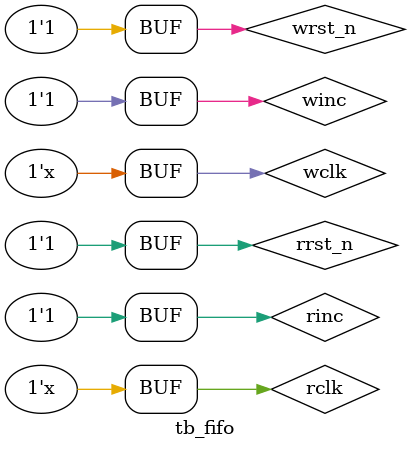
<source format=sv>
`timescale 1ns / 1ps

module tb_fifo( );

logic wclk;
logic rclk;
logic wrst_n;
logic rrst_n;
logic [15:0] wdata;
logic winc;
logic rinc;
 logic wfull;
 logic rempty;
 logic [15:0] rdata;
 logic rvalid;

async_fifo_top  dut (
        .wclk 	( wclk 	 ) ,
        .rclk 	( rclk 	 ) ,
        .wrst_n ( wrst_n  ) ,
        .rrst_n ( rrst_n  ) ,
        .wdata  ( wdata   ) ,
        .winc 	( winc 	 ) ,
        .rinc 	( rinc 	 ) ,
        .wfull  ( wfull   ) ,
        .rempty ( rempty  ) ,
        .rdata  ( rdata   ) ,
        .rvalid ( rvalid ) ) ;
        
        
initial wclk = 0;
initial rclk = 0;

always #2 wclk = ~wclk;
always #1 rclk = ~rclk;

initial
    begin
        wrst_n = 0;
        rrst_n = 0;
        winc   = 1;
        rinc   = 1;
        
   #25  wrst_n = 1;
        rrst_n = 1;
    end        
   
   always @(posedge wclk)
    if (!wrst_n)
        wdata <= 0;
   else
        wdata <= wdata + 1;     
   
        
endmodule

</source>
